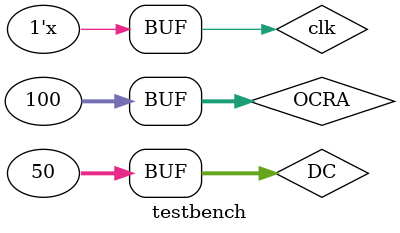
<source format=v>
`timescale 1ns / 1ps

/*

input clk,
                input [0 : 31] OCRA,
                input [0 : 31] DC,
                output reg PWM


*/

module testbench();

reg clk = 1'b0;
wire pwmOut;
reg [0 : 31] OCRA, DC;

PWM PWM (.clk(clk),.OCRA(OCRA),.DC(DC),.PWM(pwmOut));


initial begin
OCRA = 100; DC = 25;
#250 OCRA = 100; 
#100 DC = 100;
#1000 DC = 50;


end


always begin
#1 clk = ~clk;
end

endmodule

</source>
